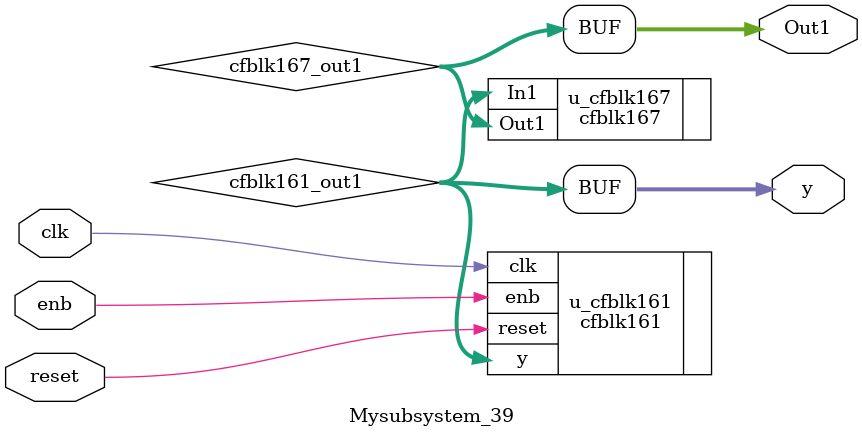
<source format=v>



`timescale 1 ns / 1 ns

module Mysubsystem_39
          (clk,
           reset,
           enb,
           Out1,
           y);


  input   clk;
  input   reset;
  input   enb;
  output  [7:0] Out1;  // uint8
  output  [7:0] y;  // uint8


  wire [7:0] cfblk161_out1;  // uint8
  wire [7:0] cfblk167_out1;  // uint8


  cfblk161 u_cfblk161 (.clk(clk),
                       .reset(reset),
                       .enb(enb),
                       .y(cfblk161_out1)  // uint8
                       );

  cfblk167 u_cfblk167 (.In1(cfblk161_out1),  // uint8
                       .Out1(cfblk167_out1)  // uint8
                       );

  assign Out1 = cfblk167_out1;

  assign y = cfblk161_out1;

endmodule  // Mysubsystem_39


</source>
